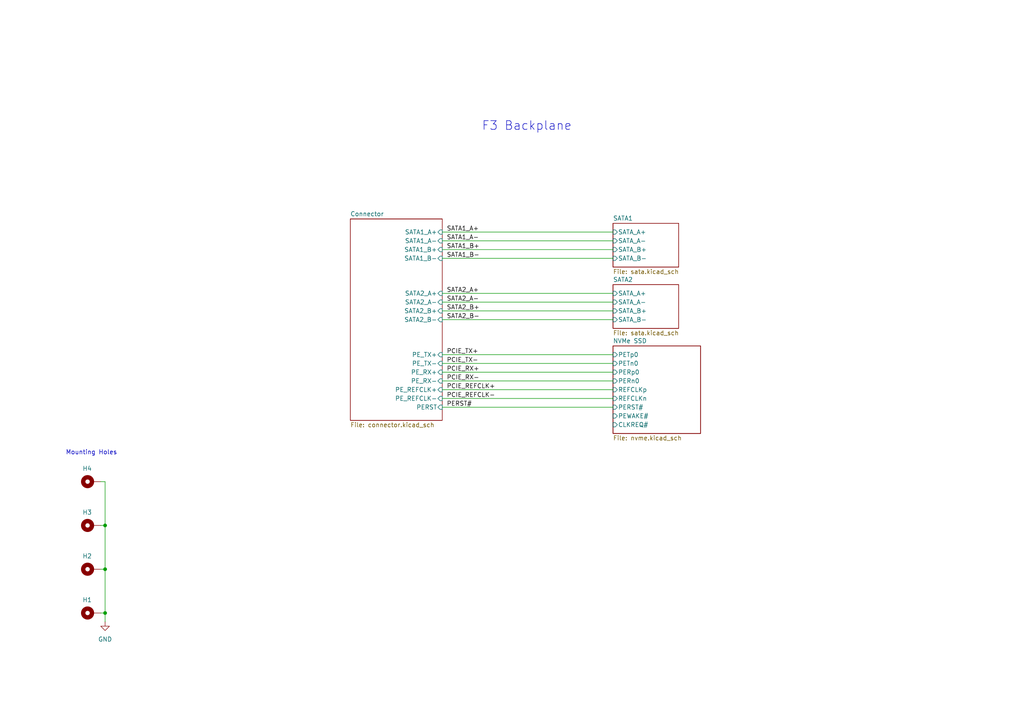
<source format=kicad_sch>
(kicad_sch (version 20230121) (generator eeschema)
  (paper "A4")
  (title_block (title "F3 Backplane") (rev "1.0"))
  (lib_symbols
    (symbol "Mechanical:MountingHole_Pad" (pin_numbers hide) (pin_names (offset 1.016) hide)
      (property "Reference" "H" (at 0 6.35 0))
      (property "Value" "MountingHole_Pad" (at 0 4.445 0))
      (symbol "MountingHole_Pad_0_1"
        (circle (center 0 1.27) (radius 1.27) (stroke (width 1.27)))
      )
      (symbol "MountingHole_Pad_1_1"
        (pin input line (at 0 -2.54 90) (length 2.54) (name "1") (number "1"))
      )
    )
    (symbol "power:GND" (power) (pin_names (offset 0))
      (property "Value" "GND" (at 0 -3.81 0))
      (symbol "GND_0_1"
        (polyline (pts (xy 0 0) (xy 0 -1.27) (xy 1.27 -1.27) (xy 0 -2.54) (xy -1.27 -1.27) (xy 0 -1.27)))
      )
      (symbol "GND_1_1"
        (pin power_in line (at 0 0 270) (length 0) hide (name "GND") (number "1"))
      )
    )
  )
  (junction (at 30.48 177.8))
  (junction (at 30.48 152.4))
  (junction (at 30.48 165.1))
  (wire (pts (xy 30.48 139.7) (xy 30.48 152.4)))
  (wire (pts (xy 128.27 85.09) (xy 177.8 85.09)))
  (wire (pts (xy 128.27 67.31) (xy 177.8 67.31)))
  (wire (pts (xy 128.27 92.71) (xy 177.8 92.71)))
  (wire (pts (xy 29.21 152.4) (xy 30.48 152.4)))
  (wire (pts (xy 128.27 107.95) (xy 177.8 107.95)))
  (wire (pts (xy 128.27 74.93) (xy 177.8 74.93)))
  (wire (pts (xy 128.27 118.11) (xy 177.8 118.11)))
  (wire (pts (xy 29.21 165.1) (xy 30.48 165.1)))
  (wire (pts (xy 30.48 180.34) (xy 30.48 177.8)))
  (wire (pts (xy 30.48 165.1) (xy 30.48 177.8)))
  (wire (pts (xy 128.27 90.17) (xy 177.8 90.17)))
  (wire (pts (xy 128.27 110.49) (xy 177.8 110.49)))
  (wire (pts (xy 128.27 115.57) (xy 177.8 115.57)))
  (wire (pts (xy 128.27 69.85) (xy 177.8 69.85)))
  (wire (pts (xy 29.21 177.8) (xy 30.48 177.8)))
  (wire (pts (xy 30.48 152.4) (xy 30.48 165.1)))
  (wire (pts (xy 128.27 72.39) (xy 177.8 72.39)))
  (wire (pts (xy 29.21 139.7) (xy 30.48 139.7)))
  (wire (pts (xy 128.27 102.87) (xy 177.8 102.87)))
  (wire (pts (xy 128.27 105.41) (xy 177.8 105.41)))
  (wire (pts (xy 128.27 87.63) (xy 177.8 87.63)))
  (wire (pts (xy 128.27 113.03) (xy 177.8 113.03)))
  (text "F3 Backplane" (at 139.7 38.1 0) (effects (font (size 2.54 2.54)) (justify left bottom)))
  (text "Mounting Holes" (at 19.05 132.08 0) (effects (font (size 1.27 1.27)) (justify left bottom)))
  (label "PCIE_RX-" (at 129.54 110.49 0))
  (label "PCIE_TX-" (at 129.54 105.41 0))
  (label "PCIE_RX+" (at 129.54 107.95 0))
  (label "SATA1_A+" (at 129.54 67.31 0))
  (label "SATA2_A+" (at 129.54 85.09 0))
  (label "PCIE_TX+" (at 129.54 102.87 0))
  (label "PCIE_REFCLK+" (at 129.54 113.03 0))
  (label "SATA2_B-" (at 129.54 92.71 0))
  (label "SATA1_A-" (at 129.54 69.85 0))
  (label "PCIE_REFCLK-" (at 129.54 115.57 0))
  (label "SATA2_A-" (at 129.54 87.63 0))
  (label "PERST#" (at 129.54 118.11 0))
  (label "SATA1_B-" (at 129.54 74.93 0))
  (label "SATA1_B+" (at 129.54 72.39 0))
  (label "SATA2_B+" (at 129.54 90.17 0))
  (symbol (lib_id "Mechanical:MountingHole_Pad") (at 26.67 165.1 90) (unit 1)
    (property "Reference" "H2" (at 26.67 161.29 90) (effects (justify left)))
    (property "Value" "MountingHole_Pad" (effects hide))
    (property "Footprint" "Mounting:MountingHole_3.5mm_Pad_Via_With_Alignment_Hole" (effects hide))
  )
  (symbol (lib_id "power:GND") (at 30.48 180.34 0) (unit 1)
    (property "Reference" "#PWR04" (effects hide))
    (property "Value" "GND" (at 30.48 185.42 0))
  )
  (symbol (lib_id "Mechanical:MountingHole_Pad") (at 26.67 152.4 90) (unit 1)
    (property "Reference" "H3" (at 26.67 148.59 90) (effects (justify left)))
    (property "Value" "MountingHole_Pad" (effects hide))
    (property "Footprint" "Mounting:MountingHole_3.5mm_Pad_Via_With_Alignment_Hole" (effects hide))
  )
  (symbol (lib_id "Mechanical:MountingHole_Pad") (at 26.67 177.8 90) (unit 1)
    (property "Reference" "H1" (at 26.67 173.99 90) (effects (justify left)))
    (property "Value" "MountingHole_Pad" (effects hide))
    (property "Footprint" "Mounting:MountingHole_3.5mm_Pad_Via_With_Alignment_Hole" (effects hide))
  )
  (symbol (lib_id "Mechanical:MountingHole_Pad") (at 26.67 139.7 90) (unit 1)
    (property "Reference" "H4" (at 26.67 135.89 90) (effects (justify left)))
    (property "Value" "MountingHole_Pad" (effects hide))
    (property "Footprint" "Mounting:MountingHole_3.5mm_Pad_Via_With_Alignment_Hole" (effects hide))
  )
  (sheet (at 177.8 100.33) (size 25.4 25.4) (stroke (width 0.1524))
    (property "Sheetname" "NVMe SSD" (at 177.8 99.6184 0) (effects (justify left bottom)))
    (property "Sheetfile" "nvme.kicad_sch" (at 177.8 126.3146 0) (effects (justify left top)))
    (pin "REFCLKp" input (at 177.8 113.03 180))
    (pin "REFCLKn" input (at 177.8 115.57 180))
    (pin "PETp0" input (at 177.8 102.87 180))
    (pin "PERp0" input (at 177.8 107.95 180))
    (pin "PETn0" input (at 177.8 105.41 180))
    (pin "PERn0" input (at 177.8 110.49 180))
    (pin "CLKREQ#" input (at 177.8 123.19 180))
    (pin "PEWAKE#" input (at 177.8 120.65 180))
    (pin "PERST#" input (at 177.8 118.11 180))
  )
  (sheet (at 101.6 63.5) (size 26.67 58.42) (stroke (width 0.1524))
    (property "Sheetname" "Connector" (at 101.6 62.7884 0) (effects (justify left bottom)))
    (property "Sheetfile" "connector.kicad_sch" (at 101.6 122.5046 0) (effects (justify left top)))
    (pin "SATA1_A+" input (at 128.27 67.31 0))
    (pin "SATA1_B+" input (at 128.27 72.39 0))
    (pin "SATA1_A-" input (at 128.27 69.85 0))
    (pin "SATA1_B-" input (at 128.27 74.93 0))
    (pin "SATA2_A+" input (at 128.27 85.09 0))
    (pin "SATA2_A-" input (at 128.27 87.63 0))
    (pin "SATA2_B+" input (at 128.27 90.17 0))
    (pin "SATA2_B-" input (at 128.27 92.71 0))
    (pin "PE_TX-" input (at 128.27 105.41 0))
    (pin "PE_TX+" input (at 128.27 102.87 0))
    (pin "PE_RX+" input (at 128.27 107.95 0))
    (pin "PE_RX-" input (at 128.27 110.49 0))
    (pin "PE_REFCLK+" input (at 128.27 113.03 0))
    (pin "PE_REFCLK-" input (at 128.27 115.57 0))
    (pin "PERST" input (at 128.27 118.11 0))
  )
  (sheet (at 177.8 82.55) (size 19.05 12.7) (stroke (width 0.1524))
    (property "Sheetname" "SATA2" (at 177.8 81.8384 0) (effects (justify left bottom)))
    (property "Sheetfile" "sata.kicad_sch" (at 177.8 95.8346 0) (effects (justify left top)))
    (pin "SATA_A+" input (at 177.8 85.09 180))
    (pin "SATA_A-" input (at 177.8 87.63 180))
    (pin "SATA_B+" input (at 177.8 90.17 180))
    (pin "SATA_B-" input (at 177.8 92.71 180))
  )
  (sheet (at 177.8 64.77) (size 19.05 12.7) (stroke (width 0.1524))
    (property "Sheetname" "SATA1" (at 177.8 64.0584 0) (effects (justify left bottom)))
    (property "Sheetfile" "sata.kicad_sch" (at 177.8 78.0546 0) (effects (justify left top)))
    (pin "SATA_A+" input (at 177.8 67.31 180))
    (pin "SATA_A-" input (at 177.8 69.85 180))
    (pin "SATA_B+" input (at 177.8 72.39 180))
    (pin "SATA_B-" input (at 177.8 74.93 180))
  )
)
</source>
